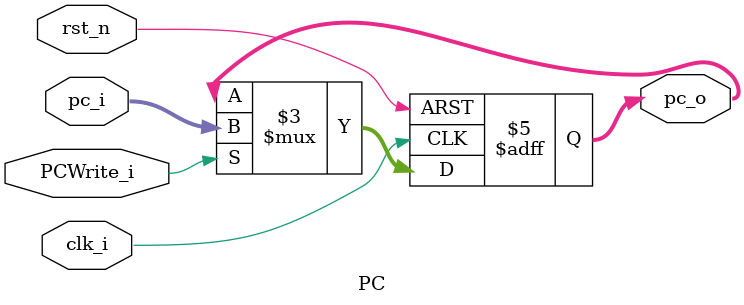
<source format=v>
module PC
(
    rst_n,
    clk_i,
    PCWrite_i,
    pc_i,
    pc_o
);

// Ports
input               rst_n;
input               clk_i;
input               PCWrite_i;
input   [31:0]      pc_i;
output  [31:0]      pc_o;

// Wires & Registers
reg     [31:0]      pc_o;


always@(posedge clk_i or negedge rst_n) begin
    if(~rst_n) begin
        pc_o <= 32'b0;
    end
    else if (PCWrite_i) begin
        pc_o <= pc_i;
    end
end

endmodule

</source>
